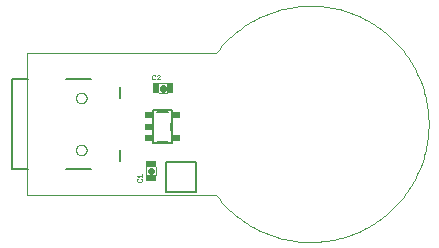
<source format=gto>
G75*
%MOIN*%
%OFA0B0*%
%FSLAX25Y25*%
%IPPOS*%
%LPD*%
%AMOC8*
5,1,8,0,0,1.08239X$1,22.5*
%
%ADD10C,0.00000*%
%ADD11C,0.00800*%
%ADD12C,0.00600*%
%ADD13R,0.02559X0.01969*%
%ADD14C,0.00400*%
%ADD15C,0.02200*%
%ADD16C,0.00100*%
%ADD17R,0.03740X0.01969*%
%ADD18R,0.01969X0.03740*%
D10*
X0006518Y0016998D02*
X0006518Y0064242D01*
X0069510Y0064242D01*
X0070098Y0065006D01*
X0070704Y0065756D01*
X0071329Y0066490D01*
X0071971Y0067209D01*
X0072631Y0067912D01*
X0073308Y0068599D01*
X0074002Y0069269D01*
X0074711Y0069922D01*
X0075437Y0070557D01*
X0076177Y0071174D01*
X0076933Y0071773D01*
X0077703Y0072353D01*
X0078487Y0072914D01*
X0079285Y0073456D01*
X0080096Y0073978D01*
X0080919Y0074480D01*
X0081754Y0074962D01*
X0082601Y0075423D01*
X0083458Y0075863D01*
X0084327Y0076282D01*
X0085205Y0076680D01*
X0086093Y0077056D01*
X0086990Y0077410D01*
X0087895Y0077743D01*
X0088808Y0078053D01*
X0089728Y0078340D01*
X0090655Y0078605D01*
X0091589Y0078847D01*
X0092528Y0079066D01*
X0093472Y0079262D01*
X0094420Y0079435D01*
X0095373Y0079585D01*
X0096329Y0079711D01*
X0097287Y0079814D01*
X0098248Y0079893D01*
X0099211Y0079949D01*
X0100174Y0079981D01*
X0101139Y0079990D01*
X0102103Y0079975D01*
X0103066Y0079936D01*
X0104028Y0079874D01*
X0104989Y0079788D01*
X0105947Y0079679D01*
X0106902Y0079546D01*
X0107853Y0079390D01*
X0108800Y0079211D01*
X0109743Y0079008D01*
X0110681Y0078783D01*
X0111612Y0078534D01*
X0112538Y0078263D01*
X0113456Y0077970D01*
X0114367Y0077654D01*
X0115270Y0077315D01*
X0116164Y0076955D01*
X0117049Y0076573D01*
X0117925Y0076169D01*
X0118790Y0075744D01*
X0119645Y0075298D01*
X0120489Y0074831D01*
X0121321Y0074344D01*
X0122141Y0073836D01*
X0122948Y0073309D01*
X0123742Y0072762D01*
X0124522Y0072195D01*
X0125288Y0071610D01*
X0126040Y0071006D01*
X0126776Y0070384D01*
X0127497Y0069744D01*
X0128203Y0069086D01*
X0128892Y0068412D01*
X0129564Y0067721D01*
X0130219Y0067013D01*
X0130857Y0066290D01*
X0131476Y0065551D01*
X0132078Y0064798D01*
X0132660Y0064029D01*
X0133224Y0063247D01*
X0133769Y0062451D01*
X0134293Y0061643D01*
X0134798Y0060821D01*
X0135283Y0059988D01*
X0135747Y0059142D01*
X0136190Y0058286D01*
X0136612Y0057419D01*
X0137013Y0056542D01*
X0137392Y0055656D01*
X0137749Y0054760D01*
X0138084Y0053856D01*
X0138397Y0052944D01*
X0138688Y0052025D01*
X0138956Y0051099D01*
X0139201Y0050166D01*
X0139423Y0049228D01*
X0139623Y0048284D01*
X0139799Y0047336D01*
X0139952Y0046384D01*
X0140081Y0045429D01*
X0140187Y0044471D01*
X0140270Y0043510D01*
X0140329Y0042548D01*
X0140364Y0041584D01*
X0140376Y0040620D01*
X0140364Y0039656D01*
X0140329Y0038692D01*
X0140270Y0037730D01*
X0140187Y0036769D01*
X0140081Y0035811D01*
X0139952Y0034856D01*
X0139799Y0033904D01*
X0139623Y0032956D01*
X0139423Y0032012D01*
X0139201Y0031074D01*
X0138956Y0030141D01*
X0138688Y0029215D01*
X0138397Y0028296D01*
X0138084Y0027384D01*
X0137749Y0026480D01*
X0137392Y0025584D01*
X0137013Y0024698D01*
X0136612Y0023821D01*
X0136190Y0022954D01*
X0135747Y0022098D01*
X0135283Y0021252D01*
X0134798Y0020419D01*
X0134293Y0019597D01*
X0133769Y0018789D01*
X0133224Y0017993D01*
X0132660Y0017211D01*
X0132078Y0016442D01*
X0131476Y0015689D01*
X0130857Y0014950D01*
X0130219Y0014227D01*
X0129564Y0013519D01*
X0128892Y0012828D01*
X0128203Y0012154D01*
X0127497Y0011496D01*
X0126776Y0010856D01*
X0126040Y0010234D01*
X0125288Y0009630D01*
X0124522Y0009045D01*
X0123742Y0008478D01*
X0122948Y0007931D01*
X0122141Y0007404D01*
X0121321Y0006896D01*
X0120489Y0006409D01*
X0119645Y0005942D01*
X0118790Y0005496D01*
X0117925Y0005071D01*
X0117049Y0004667D01*
X0116164Y0004285D01*
X0115270Y0003925D01*
X0114367Y0003586D01*
X0113456Y0003270D01*
X0112538Y0002977D01*
X0111612Y0002706D01*
X0110681Y0002457D01*
X0109743Y0002232D01*
X0108800Y0002029D01*
X0107853Y0001850D01*
X0106902Y0001694D01*
X0105947Y0001561D01*
X0104989Y0001452D01*
X0104028Y0001366D01*
X0103066Y0001304D01*
X0102103Y0001265D01*
X0101139Y0001250D01*
X0100174Y0001259D01*
X0099211Y0001291D01*
X0098248Y0001347D01*
X0097287Y0001426D01*
X0096329Y0001529D01*
X0095373Y0001655D01*
X0094420Y0001805D01*
X0093472Y0001978D01*
X0092528Y0002174D01*
X0091589Y0002393D01*
X0090655Y0002635D01*
X0089728Y0002900D01*
X0088808Y0003187D01*
X0087895Y0003497D01*
X0086990Y0003830D01*
X0086093Y0004184D01*
X0085205Y0004560D01*
X0084327Y0004958D01*
X0083458Y0005377D01*
X0082601Y0005817D01*
X0081754Y0006278D01*
X0080919Y0006760D01*
X0080096Y0007262D01*
X0079285Y0007784D01*
X0078487Y0008326D01*
X0077703Y0008887D01*
X0076933Y0009467D01*
X0076177Y0010066D01*
X0075437Y0010683D01*
X0074711Y0011318D01*
X0074002Y0011971D01*
X0073308Y0012641D01*
X0072631Y0013328D01*
X0071971Y0014031D01*
X0071329Y0014750D01*
X0070704Y0015484D01*
X0070098Y0016234D01*
X0069510Y0016998D01*
X0006518Y0016998D01*
X0022856Y0031959D02*
X0022858Y0032043D01*
X0022864Y0032126D01*
X0022874Y0032209D01*
X0022888Y0032292D01*
X0022905Y0032374D01*
X0022927Y0032455D01*
X0022952Y0032534D01*
X0022981Y0032613D01*
X0023014Y0032690D01*
X0023050Y0032765D01*
X0023090Y0032839D01*
X0023133Y0032911D01*
X0023180Y0032980D01*
X0023230Y0033047D01*
X0023283Y0033112D01*
X0023339Y0033174D01*
X0023397Y0033234D01*
X0023459Y0033291D01*
X0023523Y0033344D01*
X0023590Y0033395D01*
X0023659Y0033442D01*
X0023730Y0033487D01*
X0023803Y0033527D01*
X0023878Y0033564D01*
X0023955Y0033598D01*
X0024033Y0033628D01*
X0024112Y0033654D01*
X0024193Y0033677D01*
X0024275Y0033695D01*
X0024357Y0033710D01*
X0024440Y0033721D01*
X0024523Y0033728D01*
X0024607Y0033731D01*
X0024691Y0033730D01*
X0024774Y0033725D01*
X0024858Y0033716D01*
X0024940Y0033703D01*
X0025022Y0033687D01*
X0025103Y0033666D01*
X0025184Y0033642D01*
X0025262Y0033614D01*
X0025340Y0033582D01*
X0025416Y0033546D01*
X0025490Y0033507D01*
X0025562Y0033465D01*
X0025632Y0033419D01*
X0025700Y0033370D01*
X0025765Y0033318D01*
X0025828Y0033263D01*
X0025888Y0033205D01*
X0025946Y0033144D01*
X0026000Y0033080D01*
X0026052Y0033014D01*
X0026100Y0032946D01*
X0026145Y0032875D01*
X0026186Y0032802D01*
X0026225Y0032728D01*
X0026259Y0032652D01*
X0026290Y0032574D01*
X0026317Y0032495D01*
X0026341Y0032414D01*
X0026360Y0032333D01*
X0026376Y0032251D01*
X0026388Y0032168D01*
X0026396Y0032084D01*
X0026400Y0032001D01*
X0026400Y0031917D01*
X0026396Y0031834D01*
X0026388Y0031750D01*
X0026376Y0031667D01*
X0026360Y0031585D01*
X0026341Y0031504D01*
X0026317Y0031423D01*
X0026290Y0031344D01*
X0026259Y0031266D01*
X0026225Y0031190D01*
X0026186Y0031116D01*
X0026145Y0031043D01*
X0026100Y0030972D01*
X0026052Y0030904D01*
X0026000Y0030838D01*
X0025946Y0030774D01*
X0025888Y0030713D01*
X0025828Y0030655D01*
X0025765Y0030600D01*
X0025700Y0030548D01*
X0025632Y0030499D01*
X0025562Y0030453D01*
X0025490Y0030411D01*
X0025416Y0030372D01*
X0025340Y0030336D01*
X0025262Y0030304D01*
X0025184Y0030276D01*
X0025103Y0030252D01*
X0025022Y0030231D01*
X0024940Y0030215D01*
X0024858Y0030202D01*
X0024774Y0030193D01*
X0024691Y0030188D01*
X0024607Y0030187D01*
X0024523Y0030190D01*
X0024440Y0030197D01*
X0024357Y0030208D01*
X0024275Y0030223D01*
X0024193Y0030241D01*
X0024112Y0030264D01*
X0024033Y0030290D01*
X0023955Y0030320D01*
X0023878Y0030354D01*
X0023803Y0030391D01*
X0023730Y0030431D01*
X0023659Y0030476D01*
X0023590Y0030523D01*
X0023523Y0030574D01*
X0023459Y0030627D01*
X0023397Y0030684D01*
X0023339Y0030744D01*
X0023283Y0030806D01*
X0023230Y0030871D01*
X0023180Y0030938D01*
X0023133Y0031007D01*
X0023090Y0031079D01*
X0023050Y0031153D01*
X0023014Y0031228D01*
X0022981Y0031305D01*
X0022952Y0031384D01*
X0022927Y0031463D01*
X0022905Y0031544D01*
X0022888Y0031626D01*
X0022874Y0031709D01*
X0022864Y0031792D01*
X0022858Y0031875D01*
X0022856Y0031959D01*
X0022856Y0049281D02*
X0022858Y0049365D01*
X0022864Y0049448D01*
X0022874Y0049531D01*
X0022888Y0049614D01*
X0022905Y0049696D01*
X0022927Y0049777D01*
X0022952Y0049856D01*
X0022981Y0049935D01*
X0023014Y0050012D01*
X0023050Y0050087D01*
X0023090Y0050161D01*
X0023133Y0050233D01*
X0023180Y0050302D01*
X0023230Y0050369D01*
X0023283Y0050434D01*
X0023339Y0050496D01*
X0023397Y0050556D01*
X0023459Y0050613D01*
X0023523Y0050666D01*
X0023590Y0050717D01*
X0023659Y0050764D01*
X0023730Y0050809D01*
X0023803Y0050849D01*
X0023878Y0050886D01*
X0023955Y0050920D01*
X0024033Y0050950D01*
X0024112Y0050976D01*
X0024193Y0050999D01*
X0024275Y0051017D01*
X0024357Y0051032D01*
X0024440Y0051043D01*
X0024523Y0051050D01*
X0024607Y0051053D01*
X0024691Y0051052D01*
X0024774Y0051047D01*
X0024858Y0051038D01*
X0024940Y0051025D01*
X0025022Y0051009D01*
X0025103Y0050988D01*
X0025184Y0050964D01*
X0025262Y0050936D01*
X0025340Y0050904D01*
X0025416Y0050868D01*
X0025490Y0050829D01*
X0025562Y0050787D01*
X0025632Y0050741D01*
X0025700Y0050692D01*
X0025765Y0050640D01*
X0025828Y0050585D01*
X0025888Y0050527D01*
X0025946Y0050466D01*
X0026000Y0050402D01*
X0026052Y0050336D01*
X0026100Y0050268D01*
X0026145Y0050197D01*
X0026186Y0050124D01*
X0026225Y0050050D01*
X0026259Y0049974D01*
X0026290Y0049896D01*
X0026317Y0049817D01*
X0026341Y0049736D01*
X0026360Y0049655D01*
X0026376Y0049573D01*
X0026388Y0049490D01*
X0026396Y0049406D01*
X0026400Y0049323D01*
X0026400Y0049239D01*
X0026396Y0049156D01*
X0026388Y0049072D01*
X0026376Y0048989D01*
X0026360Y0048907D01*
X0026341Y0048826D01*
X0026317Y0048745D01*
X0026290Y0048666D01*
X0026259Y0048588D01*
X0026225Y0048512D01*
X0026186Y0048438D01*
X0026145Y0048365D01*
X0026100Y0048294D01*
X0026052Y0048226D01*
X0026000Y0048160D01*
X0025946Y0048096D01*
X0025888Y0048035D01*
X0025828Y0047977D01*
X0025765Y0047922D01*
X0025700Y0047870D01*
X0025632Y0047821D01*
X0025562Y0047775D01*
X0025490Y0047733D01*
X0025416Y0047694D01*
X0025340Y0047658D01*
X0025262Y0047626D01*
X0025184Y0047598D01*
X0025103Y0047574D01*
X0025022Y0047553D01*
X0024940Y0047537D01*
X0024858Y0047524D01*
X0024774Y0047515D01*
X0024691Y0047510D01*
X0024607Y0047509D01*
X0024523Y0047512D01*
X0024440Y0047519D01*
X0024357Y0047530D01*
X0024275Y0047545D01*
X0024193Y0047563D01*
X0024112Y0047586D01*
X0024033Y0047612D01*
X0023955Y0047642D01*
X0023878Y0047676D01*
X0023803Y0047713D01*
X0023730Y0047753D01*
X0023659Y0047798D01*
X0023590Y0047845D01*
X0023523Y0047896D01*
X0023459Y0047949D01*
X0023397Y0048006D01*
X0023339Y0048066D01*
X0023283Y0048128D01*
X0023230Y0048193D01*
X0023180Y0048260D01*
X0023133Y0048329D01*
X0023090Y0048401D01*
X0023050Y0048475D01*
X0023014Y0048550D01*
X0022981Y0048627D01*
X0022952Y0048706D01*
X0022927Y0048785D01*
X0022905Y0048866D01*
X0022888Y0048948D01*
X0022874Y0049031D01*
X0022864Y0049114D01*
X0022858Y0049197D01*
X0022856Y0049281D01*
D11*
X0019510Y0055581D02*
X0027778Y0055581D01*
X0037620Y0052825D02*
X0037620Y0049281D01*
X0049985Y0044754D02*
X0053366Y0044754D01*
X0054466Y0040811D02*
X0054466Y0038697D01*
X0053366Y0034754D02*
X0049985Y0034754D01*
X0037620Y0031959D02*
X0037620Y0028415D01*
X0027778Y0025659D02*
X0019510Y0025659D01*
X0006912Y0025659D02*
X0001400Y0025659D01*
X0001400Y0055581D01*
X0006912Y0055581D01*
D12*
X0048526Y0045266D02*
X0048526Y0034242D01*
X0054825Y0034242D01*
X0054825Y0045266D01*
X0048526Y0045266D01*
X0052699Y0027904D02*
X0052699Y0017904D01*
X0062699Y0017904D01*
X0062699Y0027904D01*
X0052699Y0027904D01*
D13*
X0056302Y0036014D03*
X0047050Y0036014D03*
X0047050Y0039754D03*
X0047050Y0043494D03*
X0056302Y0043494D03*
D14*
X0053195Y0050781D02*
X0050392Y0050781D01*
X0050392Y0054132D02*
X0053195Y0054132D01*
X0049506Y0026274D02*
X0049506Y0023470D01*
X0046156Y0023470D02*
X0046156Y0026274D01*
D15*
X0047737Y0024872D02*
X0047977Y0024872D01*
X0051794Y0052311D02*
X0051794Y0052551D01*
D16*
X0050818Y0055481D02*
X0049817Y0055481D01*
X0050818Y0056482D01*
X0050818Y0056732D01*
X0050568Y0056982D01*
X0050067Y0056982D01*
X0049817Y0056732D01*
X0049345Y0056732D02*
X0049094Y0056982D01*
X0048594Y0056982D01*
X0048344Y0056732D01*
X0048344Y0055731D01*
X0048594Y0055481D01*
X0049094Y0055481D01*
X0049345Y0055731D01*
X0044807Y0023896D02*
X0044807Y0022895D01*
X0044807Y0023396D02*
X0043305Y0023396D01*
X0043806Y0022895D01*
X0043556Y0022423D02*
X0043305Y0022173D01*
X0043305Y0021672D01*
X0043556Y0021422D01*
X0044556Y0021422D01*
X0044807Y0021672D01*
X0044807Y0022173D01*
X0044556Y0022423D01*
D17*
X0047837Y0022556D03*
X0047837Y0027156D03*
D18*
X0049478Y0052451D03*
X0054078Y0052451D03*
M02*

</source>
